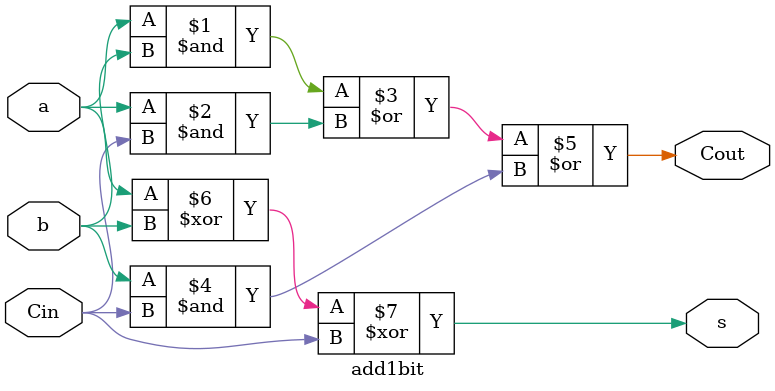
<source format=sv>
module add1bit(input logic a, b, Cin,  output logic Cout, s);
assign Cout = (a & b)  | (a & Cin)  | (b & Cin);
assign s  = a ^ b ^ Cin; 
endmodule
</source>
